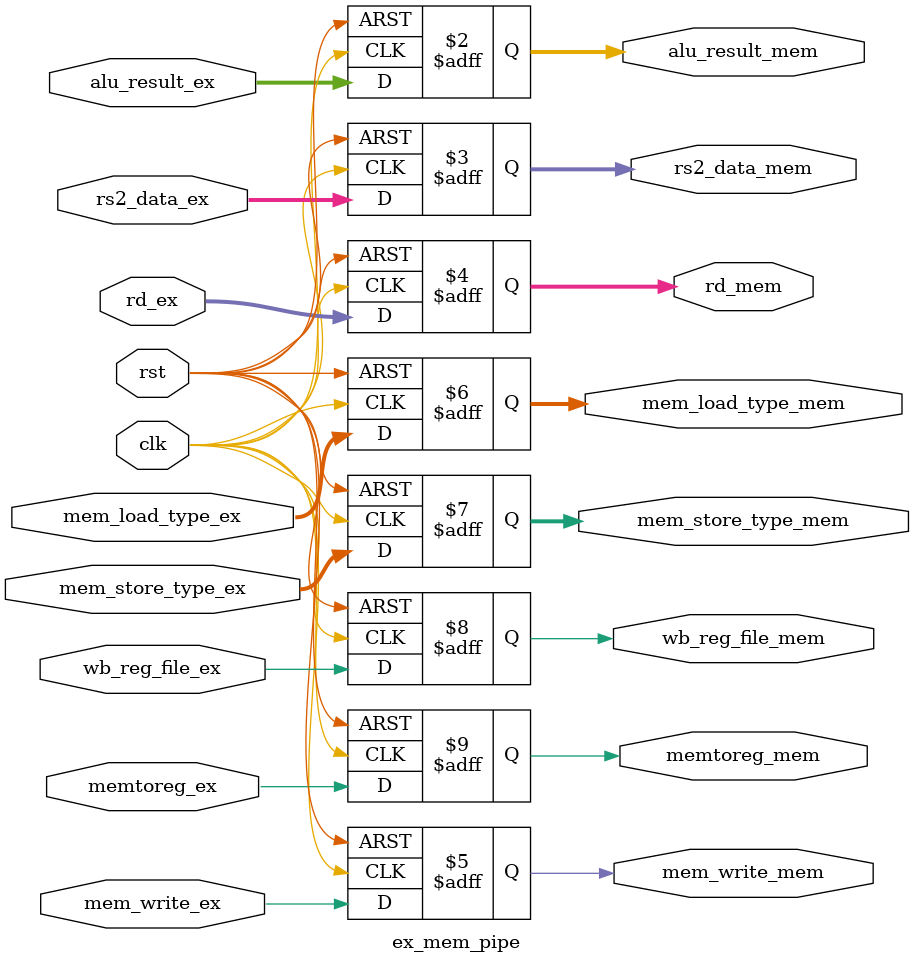
<source format=v>
module ex_mem_pipe (
    input  clk,
    input  rst,
  //  input  en,      // usually tied to 1 (no stall in MEM)
  //  input  flush,   // usually 0 (no flush needed here)

    input  [31:0] alu_result_ex,
    input  [31:0] rs2_data_ex,
    input  [4:0]  rd_ex,
    input         mem_write_ex,
 //   input         mem_read_ex,
    input  [2:0]  mem_load_type_ex,
    input  [1:0]  mem_store_type_ex,
    input         wb_reg_file_ex,
    input         memtoreg_ex,

    // NOTE: branch/jump signals intentionally NOT included here.
    // EX-stage must drive IF/hazard/BTB directly for immediate redirect.

    output reg [31:0] alu_result_mem,
    output reg [31:0] rs2_data_mem,
    output reg [4:0]  rd_mem,
    output reg        mem_write_mem,
 //   output reg        mem_read_mem,
    output reg [2:0]  mem_load_type_mem,
    output reg [1:0]  mem_store_type_mem,
    output reg        wb_reg_file_mem,
    output reg        memtoreg_mem
);

    always @(posedge clk or posedge rst) begin
        if (rst) begin
            // Reset all pipeline outputs to safe defaults
            alu_result_mem    <= 32'h0;
            rs2_data_mem      <= 32'h0;
            rd_mem            <= 5'd0;
            mem_write_mem     <= 1'b0;
         //   mem_read_mem      <= 1'b0;
            mem_load_type_mem <= 3'b111;
            mem_store_type_mem<= 2'b11;
            wb_reg_file_mem   <= 1'b0;
            memtoreg_mem      <= 1'b0;
        end
     /*   // FLUSH (bubble) has priority over stall
        else if (flush) begin
            alu_result_mem    <= 32'h0;
            rs2_data_mem      <= 32'h0;
            rd_mem            <= 5'd0;
            mem_write_mem     <= 1'b0;
            mem_read_mem      <= 1'b0;
            mem_load_type_mem <= 3'b111;
            mem_store_type_mem<= 2'b11;
            wb_reg_file_mem   <= 1'b0;
            memtoreg_mem      <= 1'b0;
        end
        else if (!en) begin
            // Stall/hold: explicitly retain current values
            alu_result_mem    <= alu_result_mem;
            rs2_data_mem      <= rs2_data_mem;
            rd_mem            <= rd_mem;
            mem_write_mem     <= mem_write_mem;
            mem_read_mem      <= mem_read_mem;
            mem_load_type_mem <= mem_load_type_mem;
            mem_store_type_mem<= mem_store_type_mem;
            wb_reg_file_mem   <= wb_reg_file_mem;
            memtoreg_mem      <= memtoreg_mem;
        end*/
        else begin
            // Normal advance: capture EX outputs (memory / WB path)
            alu_result_mem    <= alu_result_ex;
            rs2_data_mem      <= rs2_data_ex;
            rd_mem            <= rd_ex;
            mem_write_mem     <= mem_write_ex;
       //     mem_read_mem      <= mem_read_ex;
            mem_load_type_mem <= mem_load_type_ex;
            mem_store_type_mem<= mem_store_type_ex;
            wb_reg_file_mem   <= wb_reg_file_ex;
            memtoreg_mem      <= memtoreg_ex;
        end
    end
endmodule

</source>
